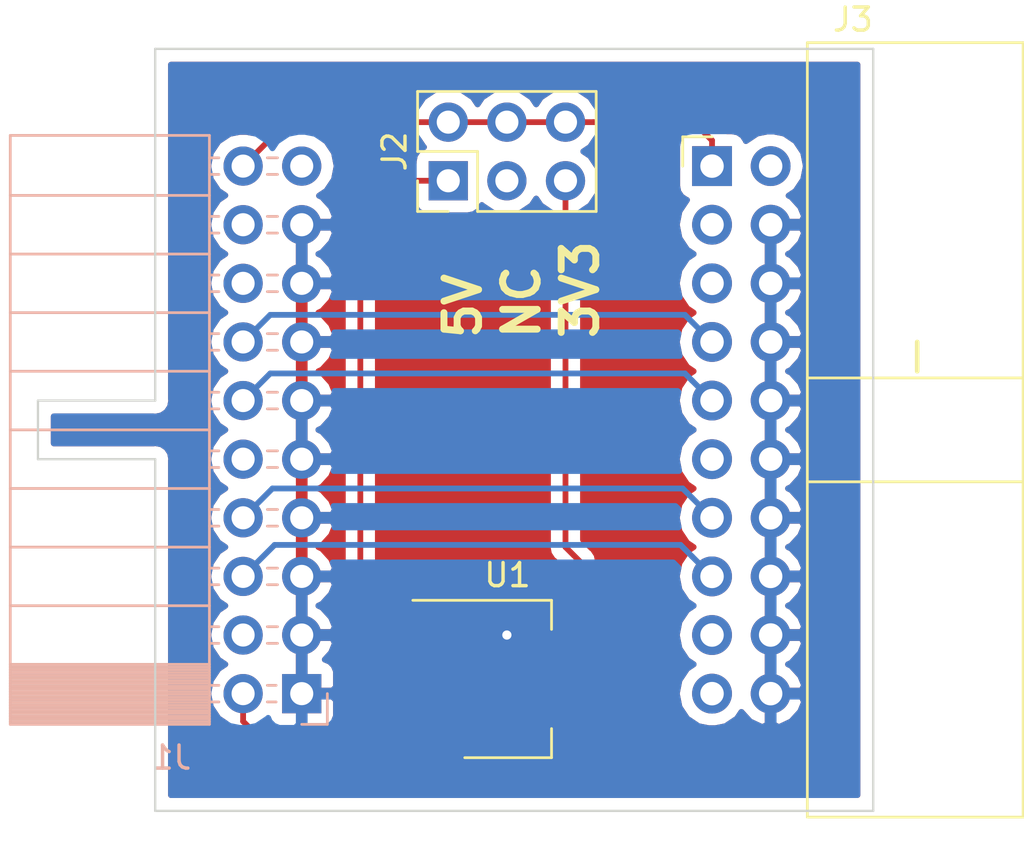
<source format=kicad_pcb>
(kicad_pcb (version 20171130) (host pcbnew "(5.0.2)-1")

  (general
    (thickness 1.6)
    (drawings 12)
    (tracks 39)
    (zones 0)
    (modules 4)
    (nets 21)
  )

  (page A4)
  (layers
    (0 F.Cu signal)
    (31 B.Cu signal)
    (32 B.Adhes user)
    (33 F.Adhes user)
    (34 B.Paste user)
    (35 F.Paste user)
    (36 B.SilkS user)
    (37 F.SilkS user)
    (38 B.Mask user)
    (39 F.Mask user)
    (40 Dwgs.User user)
    (41 Cmts.User user)
    (42 Eco1.User user)
    (43 Eco2.User user)
    (44 Edge.Cuts user)
    (45 Margin user)
    (46 B.CrtYd user)
    (47 F.CrtYd user)
    (48 B.Fab user)
    (49 F.Fab user)
  )

  (setup
    (last_trace_width 0.25)
    (trace_clearance 0.2)
    (zone_clearance 0.508)
    (zone_45_only no)
    (trace_min 0.2)
    (segment_width 0.2)
    (edge_width 0.1)
    (via_size 0.8)
    (via_drill 0.4)
    (via_min_size 0.4)
    (via_min_drill 0.3)
    (uvia_size 0.3)
    (uvia_drill 0.1)
    (uvias_allowed no)
    (uvia_min_size 0.2)
    (uvia_min_drill 0.1)
    (pcb_text_width 0.3)
    (pcb_text_size 1.5 1.5)
    (mod_edge_width 0.15)
    (mod_text_size 1 1)
    (mod_text_width 0.15)
    (pad_size 1.5 1.5)
    (pad_drill 0.6)
    (pad_to_mask_clearance 0)
    (solder_mask_min_width 0.25)
    (aux_axis_origin 0 0)
    (visible_elements 7FFFFFFF)
    (pcbplotparams
      (layerselection 0x010fc_ffffffff)
      (usegerberextensions false)
      (usegerberattributes false)
      (usegerberadvancedattributes false)
      (creategerberjobfile false)
      (excludeedgelayer true)
      (linewidth 0.100000)
      (plotframeref false)
      (viasonmask false)
      (mode 1)
      (useauxorigin false)
      (hpglpennumber 1)
      (hpglpenspeed 20)
      (hpglpendiameter 15.000000)
      (psnegative false)
      (psa4output false)
      (plotreference true)
      (plotvalue true)
      (plotinvisibletext false)
      (padsonsilk false)
      (subtractmaskfromsilk false)
      (outputformat 1)
      (mirror false)
      (drillshape 0)
      (scaleselection 1)
      (outputdirectory "gerber/"))
  )

  (net 0 "")
  (net 1 Vref)
  (net 2 GND)
  (net 3 SWDIO)
  (net 4 SWCLK)
  (net 5 SWO)
  (net 6 Reset)
  (net 7 +5V)
  (net 8 "Net-(J2-Pad3)")
  (net 9 +3V3)
  (net 10 "Net-(J3-Pad2)")
  (net 11 "Net-(J3-Pad3)")
  (net 12 "Net-(J3-Pad5)")
  (net 13 "Net-(J3-Pad11)")
  (net 14 "Net-(J3-Pad17)")
  (net 15 "Net-(J3-Pad19)")
  (net 16 "Net-(J1-Pad4)")
  (net 17 "Net-(J1-Pad10)")
  (net 18 "Net-(J1-Pad16)")
  (net 19 "Net-(J1-Pad18)")
  (net 20 "Net-(J1-Pad19)")

  (net_class Default "To jest domyślna klasa połączeń."
    (clearance 0.2)
    (trace_width 0.25)
    (via_dia 0.8)
    (via_drill 0.4)
    (uvia_dia 0.3)
    (uvia_drill 0.1)
    (add_net +3V3)
    (add_net +5V)
    (add_net GND)
    (add_net "Net-(J1-Pad10)")
    (add_net "Net-(J1-Pad16)")
    (add_net "Net-(J1-Pad18)")
    (add_net "Net-(J1-Pad19)")
    (add_net "Net-(J1-Pad4)")
    (add_net "Net-(J2-Pad3)")
    (add_net "Net-(J3-Pad11)")
    (add_net "Net-(J3-Pad17)")
    (add_net "Net-(J3-Pad19)")
    (add_net "Net-(J3-Pad2)")
    (add_net "Net-(J3-Pad3)")
    (add_net "Net-(J3-Pad5)")
    (add_net Reset)
    (add_net SWCLK)
    (add_net SWDIO)
    (add_net SWO)
    (add_net Vref)
  )

  (module Package_TO_SOT_SMD:SOT-223-3_TabPin2 (layer F.Cu) (tedit 5D76E45B) (tstamp 5D799817)
    (at 128.295 118.745)
    (descr "module CMS SOT223 4 pins")
    (tags "CMS SOT")
    (path /5D7448EE)
    (attr smd)
    (fp_text reference U1 (at 0 -4.5) (layer F.SilkS)
      (effects (font (size 1 1) (thickness 0.15)))
    )
    (fp_text value AMS1117-3.3 (at 0 4.5) (layer F.Fab)
      (effects (font (size 1 1) (thickness 0.15)))
    )
    (fp_text user %R (at 0 0 -270) (layer F.Fab)
      (effects (font (size 0.8 0.8) (thickness 0.12)))
    )
    (fp_line (start 1.91 3.41) (end 1.91 2.15) (layer F.SilkS) (width 0.12))
    (fp_line (start 1.91 -3.41) (end 1.91 -2.15) (layer F.SilkS) (width 0.12))
    (fp_line (start 4.4 -3.6) (end -4.4 -3.6) (layer F.CrtYd) (width 0.05))
    (fp_line (start 4.4 3.6) (end 4.4 -3.6) (layer F.CrtYd) (width 0.05))
    (fp_line (start -4.4 3.6) (end 4.4 3.6) (layer F.CrtYd) (width 0.05))
    (fp_line (start -4.4 -3.6) (end -4.4 3.6) (layer F.CrtYd) (width 0.05))
    (fp_line (start -1.85 -2.35) (end -0.85 -3.35) (layer F.Fab) (width 0.1))
    (fp_line (start -1.85 -2.35) (end -1.85 3.35) (layer F.Fab) (width 0.1))
    (fp_line (start -1.85 3.41) (end 1.91 3.41) (layer F.SilkS) (width 0.12))
    (fp_line (start -0.85 -3.35) (end 1.85 -3.35) (layer F.Fab) (width 0.1))
    (fp_line (start -4.1 -3.41) (end 1.91 -3.41) (layer F.SilkS) (width 0.12))
    (fp_line (start -1.85 3.35) (end 1.85 3.35) (layer F.Fab) (width 0.1))
    (fp_line (start 1.85 -3.35) (end 1.85 3.35) (layer F.Fab) (width 0.1))
    (pad 2 smd rect (at 3.15 0) (size 2 3.8) (layers F.Cu F.Paste F.Mask)
      (net 9 +3V3))
    (pad 2 smd rect (at -3.15 0) (size 2 1.5) (layers F.Cu F.Paste F.Mask)
      (net 9 +3V3))
    (pad 3 smd rect (at -3.15 2.3) (size 2 1.5) (layers F.Cu F.Paste F.Mask)
      (net 7 +5V))
    (pad 1 smd rect (at -3.15 -2.3) (size 2 1.5) (layers F.Cu F.Paste F.Mask)
      (net 2 GND))
    (model ${KISYS3DMOD}/Package_TO_SOT_SMD.3dshapes/SOT-223.wrl
      (at (xyz 0 0 0))
      (scale (xyz 1 1 1))
      (rotate (xyz 0 0 0))
    )
  )

  (module Connector_PinSocket_2.54mm:PinSocket_2x10_P2.54mm_Horizontal (layer B.Cu) (tedit 5A19A430) (tstamp 5D7970DD)
    (at 119.38 119.38)
    (descr "Through hole angled socket strip, 2x10, 2.54mm pitch, 8.51mm socket length, double cols (from Kicad 4.0.7), script generated")
    (tags "Through hole angled socket strip THT 2x10 2.54mm double row")
    (path /5D73CE2A)
    (fp_text reference J1 (at -5.65 2.77) (layer B.SilkS)
      (effects (font (size 1 1) (thickness 0.15)) (justify mirror))
    )
    (fp_text value "Jlink input" (at -5.65 -25.63) (layer B.Fab)
      (effects (font (size 1 1) (thickness 0.15)) (justify mirror))
    )
    (fp_line (start -12.57 1.27) (end -5.03 1.27) (layer B.Fab) (width 0.1))
    (fp_line (start -5.03 1.27) (end -4.06 0.3) (layer B.Fab) (width 0.1))
    (fp_line (start -4.06 0.3) (end -4.06 -24.13) (layer B.Fab) (width 0.1))
    (fp_line (start -4.06 -24.13) (end -12.57 -24.13) (layer B.Fab) (width 0.1))
    (fp_line (start -12.57 -24.13) (end -12.57 1.27) (layer B.Fab) (width 0.1))
    (fp_line (start 0 0.3) (end -4.06 0.3) (layer B.Fab) (width 0.1))
    (fp_line (start -4.06 -0.3) (end 0 -0.3) (layer B.Fab) (width 0.1))
    (fp_line (start 0 -0.3) (end 0 0.3) (layer B.Fab) (width 0.1))
    (fp_line (start 0 -2.24) (end -4.06 -2.24) (layer B.Fab) (width 0.1))
    (fp_line (start -4.06 -2.84) (end 0 -2.84) (layer B.Fab) (width 0.1))
    (fp_line (start 0 -2.84) (end 0 -2.24) (layer B.Fab) (width 0.1))
    (fp_line (start 0 -4.78) (end -4.06 -4.78) (layer B.Fab) (width 0.1))
    (fp_line (start -4.06 -5.38) (end 0 -5.38) (layer B.Fab) (width 0.1))
    (fp_line (start 0 -5.38) (end 0 -4.78) (layer B.Fab) (width 0.1))
    (fp_line (start 0 -7.32) (end -4.06 -7.32) (layer B.Fab) (width 0.1))
    (fp_line (start -4.06 -7.92) (end 0 -7.92) (layer B.Fab) (width 0.1))
    (fp_line (start 0 -7.92) (end 0 -7.32) (layer B.Fab) (width 0.1))
    (fp_line (start 0 -9.86) (end -4.06 -9.86) (layer B.Fab) (width 0.1))
    (fp_line (start -4.06 -10.46) (end 0 -10.46) (layer B.Fab) (width 0.1))
    (fp_line (start 0 -10.46) (end 0 -9.86) (layer B.Fab) (width 0.1))
    (fp_line (start 0 -12.4) (end -4.06 -12.4) (layer B.Fab) (width 0.1))
    (fp_line (start -4.06 -13) (end 0 -13) (layer B.Fab) (width 0.1))
    (fp_line (start 0 -13) (end 0 -12.4) (layer B.Fab) (width 0.1))
    (fp_line (start 0 -14.94) (end -4.06 -14.94) (layer B.Fab) (width 0.1))
    (fp_line (start -4.06 -15.54) (end 0 -15.54) (layer B.Fab) (width 0.1))
    (fp_line (start 0 -15.54) (end 0 -14.94) (layer B.Fab) (width 0.1))
    (fp_line (start 0 -17.48) (end -4.06 -17.48) (layer B.Fab) (width 0.1))
    (fp_line (start -4.06 -18.08) (end 0 -18.08) (layer B.Fab) (width 0.1))
    (fp_line (start 0 -18.08) (end 0 -17.48) (layer B.Fab) (width 0.1))
    (fp_line (start 0 -20.02) (end -4.06 -20.02) (layer B.Fab) (width 0.1))
    (fp_line (start -4.06 -20.62) (end 0 -20.62) (layer B.Fab) (width 0.1))
    (fp_line (start 0 -20.62) (end 0 -20.02) (layer B.Fab) (width 0.1))
    (fp_line (start 0 -22.56) (end -4.06 -22.56) (layer B.Fab) (width 0.1))
    (fp_line (start -4.06 -23.16) (end 0 -23.16) (layer B.Fab) (width 0.1))
    (fp_line (start 0 -23.16) (end 0 -22.56) (layer B.Fab) (width 0.1))
    (fp_line (start -12.63 1.21) (end -4 1.21) (layer B.SilkS) (width 0.12))
    (fp_line (start -12.63 1.091905) (end -4 1.091905) (layer B.SilkS) (width 0.12))
    (fp_line (start -12.63 0.97381) (end -4 0.97381) (layer B.SilkS) (width 0.12))
    (fp_line (start -12.63 0.855715) (end -4 0.855715) (layer B.SilkS) (width 0.12))
    (fp_line (start -12.63 0.73762) (end -4 0.73762) (layer B.SilkS) (width 0.12))
    (fp_line (start -12.63 0.619525) (end -4 0.619525) (layer B.SilkS) (width 0.12))
    (fp_line (start -12.63 0.50143) (end -4 0.50143) (layer B.SilkS) (width 0.12))
    (fp_line (start -12.63 0.383335) (end -4 0.383335) (layer B.SilkS) (width 0.12))
    (fp_line (start -12.63 0.26524) (end -4 0.26524) (layer B.SilkS) (width 0.12))
    (fp_line (start -12.63 0.147145) (end -4 0.147145) (layer B.SilkS) (width 0.12))
    (fp_line (start -12.63 0.02905) (end -4 0.02905) (layer B.SilkS) (width 0.12))
    (fp_line (start -12.63 -0.089045) (end -4 -0.089045) (layer B.SilkS) (width 0.12))
    (fp_line (start -12.63 -0.20714) (end -4 -0.20714) (layer B.SilkS) (width 0.12))
    (fp_line (start -12.63 -0.325235) (end -4 -0.325235) (layer B.SilkS) (width 0.12))
    (fp_line (start -12.63 -0.44333) (end -4 -0.44333) (layer B.SilkS) (width 0.12))
    (fp_line (start -12.63 -0.561425) (end -4 -0.561425) (layer B.SilkS) (width 0.12))
    (fp_line (start -12.63 -0.67952) (end -4 -0.67952) (layer B.SilkS) (width 0.12))
    (fp_line (start -12.63 -0.797615) (end -4 -0.797615) (layer B.SilkS) (width 0.12))
    (fp_line (start -12.63 -0.91571) (end -4 -0.91571) (layer B.SilkS) (width 0.12))
    (fp_line (start -12.63 -1.033805) (end -4 -1.033805) (layer B.SilkS) (width 0.12))
    (fp_line (start -12.63 -1.1519) (end -4 -1.1519) (layer B.SilkS) (width 0.12))
    (fp_line (start -4 0.36) (end -3.59 0.36) (layer B.SilkS) (width 0.12))
    (fp_line (start -1.49 0.36) (end -1.11 0.36) (layer B.SilkS) (width 0.12))
    (fp_line (start -4 -0.36) (end -3.59 -0.36) (layer B.SilkS) (width 0.12))
    (fp_line (start -1.49 -0.36) (end -1.11 -0.36) (layer B.SilkS) (width 0.12))
    (fp_line (start -4 -2.18) (end -3.59 -2.18) (layer B.SilkS) (width 0.12))
    (fp_line (start -1.49 -2.18) (end -1.05 -2.18) (layer B.SilkS) (width 0.12))
    (fp_line (start -4 -2.9) (end -3.59 -2.9) (layer B.SilkS) (width 0.12))
    (fp_line (start -1.49 -2.9) (end -1.05 -2.9) (layer B.SilkS) (width 0.12))
    (fp_line (start -4 -4.72) (end -3.59 -4.72) (layer B.SilkS) (width 0.12))
    (fp_line (start -1.49 -4.72) (end -1.05 -4.72) (layer B.SilkS) (width 0.12))
    (fp_line (start -4 -5.44) (end -3.59 -5.44) (layer B.SilkS) (width 0.12))
    (fp_line (start -1.49 -5.44) (end -1.05 -5.44) (layer B.SilkS) (width 0.12))
    (fp_line (start -4 -7.26) (end -3.59 -7.26) (layer B.SilkS) (width 0.12))
    (fp_line (start -1.49 -7.26) (end -1.05 -7.26) (layer B.SilkS) (width 0.12))
    (fp_line (start -4 -7.98) (end -3.59 -7.98) (layer B.SilkS) (width 0.12))
    (fp_line (start -1.49 -7.98) (end -1.05 -7.98) (layer B.SilkS) (width 0.12))
    (fp_line (start -4 -9.8) (end -3.59 -9.8) (layer B.SilkS) (width 0.12))
    (fp_line (start -1.49 -9.8) (end -1.05 -9.8) (layer B.SilkS) (width 0.12))
    (fp_line (start -4 -10.52) (end -3.59 -10.52) (layer B.SilkS) (width 0.12))
    (fp_line (start -1.49 -10.52) (end -1.05 -10.52) (layer B.SilkS) (width 0.12))
    (fp_line (start -4 -12.34) (end -3.59 -12.34) (layer B.SilkS) (width 0.12))
    (fp_line (start -1.49 -12.34) (end -1.05 -12.34) (layer B.SilkS) (width 0.12))
    (fp_line (start -4 -13.06) (end -3.59 -13.06) (layer B.SilkS) (width 0.12))
    (fp_line (start -1.49 -13.06) (end -1.05 -13.06) (layer B.SilkS) (width 0.12))
    (fp_line (start -4 -14.88) (end -3.59 -14.88) (layer B.SilkS) (width 0.12))
    (fp_line (start -1.49 -14.88) (end -1.05 -14.88) (layer B.SilkS) (width 0.12))
    (fp_line (start -4 -15.6) (end -3.59 -15.6) (layer B.SilkS) (width 0.12))
    (fp_line (start -1.49 -15.6) (end -1.05 -15.6) (layer B.SilkS) (width 0.12))
    (fp_line (start -4 -17.42) (end -3.59 -17.42) (layer B.SilkS) (width 0.12))
    (fp_line (start -1.49 -17.42) (end -1.05 -17.42) (layer B.SilkS) (width 0.12))
    (fp_line (start -4 -18.14) (end -3.59 -18.14) (layer B.SilkS) (width 0.12))
    (fp_line (start -1.49 -18.14) (end -1.05 -18.14) (layer B.SilkS) (width 0.12))
    (fp_line (start -4 -19.96) (end -3.59 -19.96) (layer B.SilkS) (width 0.12))
    (fp_line (start -1.49 -19.96) (end -1.05 -19.96) (layer B.SilkS) (width 0.12))
    (fp_line (start -4 -20.68) (end -3.59 -20.68) (layer B.SilkS) (width 0.12))
    (fp_line (start -1.49 -20.68) (end -1.05 -20.68) (layer B.SilkS) (width 0.12))
    (fp_line (start -4 -22.5) (end -3.59 -22.5) (layer B.SilkS) (width 0.12))
    (fp_line (start -1.49 -22.5) (end -1.05 -22.5) (layer B.SilkS) (width 0.12))
    (fp_line (start -4 -23.22) (end -3.59 -23.22) (layer B.SilkS) (width 0.12))
    (fp_line (start -1.49 -23.22) (end -1.05 -23.22) (layer B.SilkS) (width 0.12))
    (fp_line (start -12.63 -1.27) (end -4 -1.27) (layer B.SilkS) (width 0.12))
    (fp_line (start -12.63 -3.81) (end -4 -3.81) (layer B.SilkS) (width 0.12))
    (fp_line (start -12.63 -6.35) (end -4 -6.35) (layer B.SilkS) (width 0.12))
    (fp_line (start -12.63 -8.89) (end -4 -8.89) (layer B.SilkS) (width 0.12))
    (fp_line (start -12.63 -11.43) (end -4 -11.43) (layer B.SilkS) (width 0.12))
    (fp_line (start -12.63 -13.97) (end -4 -13.97) (layer B.SilkS) (width 0.12))
    (fp_line (start -12.63 -16.51) (end -4 -16.51) (layer B.SilkS) (width 0.12))
    (fp_line (start -12.63 -19.05) (end -4 -19.05) (layer B.SilkS) (width 0.12))
    (fp_line (start -12.63 -21.59) (end -4 -21.59) (layer B.SilkS) (width 0.12))
    (fp_line (start -12.63 1.33) (end -4 1.33) (layer B.SilkS) (width 0.12))
    (fp_line (start -4 1.33) (end -4 -24.19) (layer B.SilkS) (width 0.12))
    (fp_line (start -12.63 -24.19) (end -4 -24.19) (layer B.SilkS) (width 0.12))
    (fp_line (start -12.63 1.33) (end -12.63 -24.19) (layer B.SilkS) (width 0.12))
    (fp_line (start 1.11 1.33) (end 1.11 0) (layer B.SilkS) (width 0.12))
    (fp_line (start 0 1.33) (end 1.11 1.33) (layer B.SilkS) (width 0.12))
    (fp_line (start 1.8 1.75) (end -13.05 1.75) (layer B.CrtYd) (width 0.05))
    (fp_line (start -13.05 1.75) (end -13.05 -24.65) (layer B.CrtYd) (width 0.05))
    (fp_line (start -13.05 -24.65) (end 1.8 -24.65) (layer B.CrtYd) (width 0.05))
    (fp_line (start 1.8 -24.65) (end 1.8 1.75) (layer B.CrtYd) (width 0.05))
    (fp_text user %R (at -8.315 -11.43 -90) (layer B.Fab)
      (effects (font (size 1 1) (thickness 0.15)) (justify mirror))
    )
    (pad 1 thru_hole rect (at 0 0) (size 1.7 1.7) (drill 1) (layers *.Cu *.Mask)
      (net 2 GND))
    (pad 2 thru_hole oval (at -2.54 0) (size 1.7 1.7) (drill 1) (layers *.Cu *.Mask)
      (net 7 +5V))
    (pad 3 thru_hole oval (at 0 -2.54) (size 1.7 1.7) (drill 1) (layers *.Cu *.Mask)
      (net 2 GND))
    (pad 4 thru_hole oval (at -2.54 -2.54) (size 1.7 1.7) (drill 1) (layers *.Cu *.Mask)
      (net 16 "Net-(J1-Pad4)"))
    (pad 5 thru_hole oval (at 0 -5.08) (size 1.7 1.7) (drill 1) (layers *.Cu *.Mask)
      (net 2 GND))
    (pad 6 thru_hole oval (at -2.54 -5.08) (size 1.7 1.7) (drill 1) (layers *.Cu *.Mask)
      (net 6 Reset))
    (pad 7 thru_hole oval (at 0 -7.62) (size 1.7 1.7) (drill 1) (layers *.Cu *.Mask)
      (net 2 GND))
    (pad 8 thru_hole oval (at -2.54 -7.62) (size 1.7 1.7) (drill 1) (layers *.Cu *.Mask)
      (net 5 SWO))
    (pad 9 thru_hole oval (at 0 -10.16) (size 1.7 1.7) (drill 1) (layers *.Cu *.Mask)
      (net 2 GND))
    (pad 10 thru_hole oval (at -2.54 -10.16) (size 1.7 1.7) (drill 1) (layers *.Cu *.Mask)
      (net 17 "Net-(J1-Pad10)"))
    (pad 11 thru_hole oval (at 0 -12.7) (size 1.7 1.7) (drill 1) (layers *.Cu *.Mask)
      (net 2 GND))
    (pad 12 thru_hole oval (at -2.54 -12.7) (size 1.7 1.7) (drill 1) (layers *.Cu *.Mask)
      (net 4 SWCLK))
    (pad 13 thru_hole oval (at 0 -15.24) (size 1.7 1.7) (drill 1) (layers *.Cu *.Mask)
      (net 2 GND))
    (pad 14 thru_hole oval (at -2.54 -15.24) (size 1.7 1.7) (drill 1) (layers *.Cu *.Mask)
      (net 3 SWDIO))
    (pad 15 thru_hole oval (at 0 -17.78) (size 1.7 1.7) (drill 1) (layers *.Cu *.Mask)
      (net 2 GND))
    (pad 16 thru_hole oval (at -2.54 -17.78) (size 1.7 1.7) (drill 1) (layers *.Cu *.Mask)
      (net 18 "Net-(J1-Pad16)"))
    (pad 17 thru_hole oval (at 0 -20.32) (size 1.7 1.7) (drill 1) (layers *.Cu *.Mask)
      (net 2 GND))
    (pad 18 thru_hole oval (at -2.54 -20.32) (size 1.7 1.7) (drill 1) (layers *.Cu *.Mask)
      (net 19 "Net-(J1-Pad18)"))
    (pad 19 thru_hole oval (at 0 -22.86) (size 1.7 1.7) (drill 1) (layers *.Cu *.Mask)
      (net 20 "Net-(J1-Pad19)"))
    (pad 20 thru_hole oval (at -2.54 -22.86) (size 1.7 1.7) (drill 1) (layers *.Cu *.Mask)
      (net 1 Vref))
    (model ${KISYS3DMOD}/Connector_PinSocket_2.54mm.3dshapes/PinSocket_2x10_P2.54mm_Horizontal.wrl
      (at (xyz 0 0 0))
      (scale (xyz 1 1 1))
      (rotate (xyz 0 0 0))
    )
  )

  (module Connector_IDC:IDC-Header_2x10_P2.54mm_Horizontal (layer F.Cu) (tedit 59DE217B) (tstamp 5D811FB2)
    (at 137.16 96.52)
    (descr "Through hole angled IDC box header, 2x10, 2.54mm pitch, double rows")
    (tags "Through hole IDC box header THT 2x10 2.54mm double row")
    (path /5D74867C)
    (fp_text reference J3 (at 6.105 -6.35) (layer F.SilkS)
      (effects (font (size 1 1) (thickness 0.15)))
    )
    (fp_text value "Jlink output" (at 6.105 29.464) (layer F.Fab)
      (effects (font (size 1 1) (thickness 0.15)))
    )
    (fp_line (start 13.48 28.21) (end -1.12 28.21) (layer F.CrtYd) (width 0.05))
    (fp_line (start 13.48 -5.35) (end 13.48 28.21) (layer F.CrtYd) (width 0.05))
    (fp_line (start -1.12 28.21) (end -1.12 -5.35) (layer F.CrtYd) (width 0.05))
    (fp_line (start -1.12 -5.35) (end 13.48 -5.35) (layer F.CrtYd) (width 0.05))
    (fp_line (start 4.13 9.18) (end 13.48 9.18) (layer F.SilkS) (width 0.12))
    (fp_line (start 4.13 28.21) (end 4.13 -5.35) (layer F.SilkS) (width 0.12))
    (fp_line (start 4.13 28.21) (end 13.48 28.21) (layer F.SilkS) (width 0.12))
    (fp_line (start 4.13 13.68) (end 13.48 13.68) (layer F.SilkS) (width 0.12))
    (fp_line (start 4.13 -5.35) (end 13.48 -5.35) (layer F.SilkS) (width 0.12))
    (fp_line (start 13.48 -5.35) (end 13.48 28.21) (layer F.SilkS) (width 0.12))
    (fp_line (start 0 -1.27) (end -1.27 -1.27) (layer F.SilkS) (width 0.12))
    (fp_line (start -1.27 -1.27) (end -1.27 0) (layer F.SilkS) (width 0.12))
    (fp_line (start 5.38 -5.1) (end 13.23 -5.1) (layer F.Fab) (width 0.1))
    (fp_line (start 4.38 9.84) (end -0.32 9.84) (layer F.Fab) (width 0.1))
    (fp_line (start 4.38 9.18) (end 13.23 9.18) (layer F.Fab) (width 0.1))
    (fp_line (start 4.38 7.3) (end -0.32 7.3) (layer F.Fab) (width 0.1))
    (fp_line (start 4.38 4.76) (end -0.32 4.76) (layer F.Fab) (width 0.1))
    (fp_line (start 4.38 27.96) (end 4.38 -4.1) (layer F.Fab) (width 0.1))
    (fp_line (start 4.38 27.96) (end 13.23 27.96) (layer F.Fab) (width 0.1))
    (fp_line (start 4.38 22.54) (end -0.32 22.54) (layer F.Fab) (width 0.1))
    (fp_line (start 4.38 20) (end -0.32 20) (layer F.Fab) (width 0.1))
    (fp_line (start 4.38 2.22) (end -0.32 2.22) (layer F.Fab) (width 0.1))
    (fp_line (start 4.38 17.46) (end -0.32 17.46) (layer F.Fab) (width 0.1))
    (fp_line (start 4.38 14.92) (end -0.32 14.92) (layer F.Fab) (width 0.1))
    (fp_line (start 4.38 13.68) (end 13.23 13.68) (layer F.Fab) (width 0.1))
    (fp_line (start 4.38 12.38) (end -0.32 12.38) (layer F.Fab) (width 0.1))
    (fp_line (start 4.38 -4.1) (end 5.38 -5.1) (layer F.Fab) (width 0.1))
    (fp_line (start 4.38 -0.32) (end -0.32 -0.32) (layer F.Fab) (width 0.1))
    (fp_line (start 13.23 27.96) (end 13.23 -5.1) (layer F.Fab) (width 0.1))
    (fp_line (start -0.32 9.84) (end -0.32 10.48) (layer F.Fab) (width 0.1))
    (fp_line (start -0.32 7.94) (end 4.38 7.94) (layer F.Fab) (width 0.1))
    (fp_line (start -0.32 7.3) (end -0.32 7.94) (layer F.Fab) (width 0.1))
    (fp_line (start -0.32 5.4) (end 4.38 5.4) (layer F.Fab) (width 0.1))
    (fp_line (start -0.32 4.76) (end -0.32 5.4) (layer F.Fab) (width 0.1))
    (fp_line (start -0.32 23.18) (end 4.38 23.18) (layer F.Fab) (width 0.1))
    (fp_line (start -0.32 22.54) (end -0.32 23.18) (layer F.Fab) (width 0.1))
    (fp_line (start -0.32 20.64) (end 4.38 20.64) (layer F.Fab) (width 0.1))
    (fp_line (start -0.32 20) (end -0.32 20.64) (layer F.Fab) (width 0.1))
    (fp_line (start -0.32 2.86) (end 4.38 2.86) (layer F.Fab) (width 0.1))
    (fp_line (start -0.32 2.22) (end -0.32 2.86) (layer F.Fab) (width 0.1))
    (fp_line (start -0.32 18.1) (end 4.38 18.1) (layer F.Fab) (width 0.1))
    (fp_line (start -0.32 17.46) (end -0.32 18.1) (layer F.Fab) (width 0.1))
    (fp_line (start -0.32 15.56) (end 4.38 15.56) (layer F.Fab) (width 0.1))
    (fp_line (start -0.32 14.92) (end -0.32 15.56) (layer F.Fab) (width 0.1))
    (fp_line (start -0.32 13.02) (end 4.38 13.02) (layer F.Fab) (width 0.1))
    (fp_line (start -0.32 12.38) (end -0.32 13.02) (layer F.Fab) (width 0.1))
    (fp_line (start -0.32 10.48) (end 4.38 10.48) (layer F.Fab) (width 0.1))
    (fp_line (start -0.32 0.32) (end 4.38 0.32) (layer F.Fab) (width 0.1))
    (fp_line (start -0.32 -0.32) (end -0.32 0.32) (layer F.Fab) (width 0.1))
    (fp_text user %R (at 8.805 11.43 90) (layer F.Fab)
      (effects (font (size 1 1) (thickness 0.15)))
    )
    (pad 20 thru_hole oval (at 2.54 22.86) (size 1.7272 1.7272) (drill 1.016) (layers *.Cu *.Mask)
      (net 2 GND))
    (pad 19 thru_hole oval (at 0 22.86) (size 1.7272 1.7272) (drill 1.016) (layers *.Cu *.Mask)
      (net 15 "Net-(J3-Pad19)"))
    (pad 18 thru_hole oval (at 2.54 20.32) (size 1.7272 1.7272) (drill 1.016) (layers *.Cu *.Mask)
      (net 2 GND))
    (pad 17 thru_hole oval (at 0 20.32) (size 1.7272 1.7272) (drill 1.016) (layers *.Cu *.Mask)
      (net 14 "Net-(J3-Pad17)"))
    (pad 16 thru_hole oval (at 2.54 17.78) (size 1.7272 1.7272) (drill 1.016) (layers *.Cu *.Mask)
      (net 2 GND))
    (pad 15 thru_hole oval (at 0 17.78) (size 1.7272 1.7272) (drill 1.016) (layers *.Cu *.Mask)
      (net 6 Reset))
    (pad 14 thru_hole oval (at 2.54 15.24) (size 1.7272 1.7272) (drill 1.016) (layers *.Cu *.Mask)
      (net 2 GND))
    (pad 13 thru_hole oval (at 0 15.24) (size 1.7272 1.7272) (drill 1.016) (layers *.Cu *.Mask)
      (net 5 SWO))
    (pad 12 thru_hole oval (at 2.54 12.7) (size 1.7272 1.7272) (drill 1.016) (layers *.Cu *.Mask)
      (net 2 GND))
    (pad 11 thru_hole oval (at 0 12.7) (size 1.7272 1.7272) (drill 1.016) (layers *.Cu *.Mask)
      (net 13 "Net-(J3-Pad11)"))
    (pad 10 thru_hole oval (at 2.54 10.16) (size 1.7272 1.7272) (drill 1.016) (layers *.Cu *.Mask)
      (net 2 GND))
    (pad 9 thru_hole oval (at 0 10.16) (size 1.7272 1.7272) (drill 1.016) (layers *.Cu *.Mask)
      (net 4 SWCLK))
    (pad 8 thru_hole oval (at 2.54 7.62) (size 1.7272 1.7272) (drill 1.016) (layers *.Cu *.Mask)
      (net 2 GND))
    (pad 7 thru_hole oval (at 0 7.62) (size 1.7272 1.7272) (drill 1.016) (layers *.Cu *.Mask)
      (net 3 SWDIO))
    (pad 6 thru_hole oval (at 2.54 5.08) (size 1.7272 1.7272) (drill 1.016) (layers *.Cu *.Mask)
      (net 2 GND))
    (pad 5 thru_hole oval (at 0 5.08) (size 1.7272 1.7272) (drill 1.016) (layers *.Cu *.Mask)
      (net 12 "Net-(J3-Pad5)"))
    (pad 4 thru_hole oval (at 2.54 2.54) (size 1.7272 1.7272) (drill 1.016) (layers *.Cu *.Mask)
      (net 2 GND))
    (pad 3 thru_hole oval (at 0 2.54) (size 1.7272 1.7272) (drill 1.016) (layers *.Cu *.Mask)
      (net 11 "Net-(J3-Pad3)"))
    (pad 2 thru_hole oval (at 2.54 0) (size 1.7272 1.7272) (drill 1.016) (layers *.Cu *.Mask)
      (net 10 "Net-(J3-Pad2)"))
    (pad 1 thru_hole rect (at 0 0) (size 1.7272 1.7272) (drill 1.016) (layers *.Cu *.Mask)
      (net 1 Vref))
    (model ${KISYS3DMOD}/Connector_IDC.3dshapes/IDC-Header_2x10_P2.54mm_Horizontal.wrl
      (at (xyz 0 0 0))
      (scale (xyz 1 1 1))
      (rotate (xyz 0 0 0))
    )
  )

  (module Connector_PinHeader_2.54mm:PinHeader_2x03_P2.54mm_Vertical (layer F.Cu) (tedit 59FED5CC) (tstamp 5D848C06)
    (at 125.73 97.155 90)
    (descr "Through hole straight pin header, 2x03, 2.54mm pitch, double rows")
    (tags "Through hole pin header THT 2x03 2.54mm double row")
    (path /5D782B7F)
    (fp_text reference J2 (at 1.27 -2.33 90) (layer F.SilkS)
      (effects (font (size 1 1) (thickness 0.15)))
    )
    (fp_text value "Supply select" (at 1.27 7.41 90) (layer F.Fab)
      (effects (font (size 1 1) (thickness 0.15)))
    )
    (fp_line (start 0 -1.27) (end 3.81 -1.27) (layer F.Fab) (width 0.1))
    (fp_line (start 3.81 -1.27) (end 3.81 6.35) (layer F.Fab) (width 0.1))
    (fp_line (start 3.81 6.35) (end -1.27 6.35) (layer F.Fab) (width 0.1))
    (fp_line (start -1.27 6.35) (end -1.27 0) (layer F.Fab) (width 0.1))
    (fp_line (start -1.27 0) (end 0 -1.27) (layer F.Fab) (width 0.1))
    (fp_line (start -1.33 6.41) (end 3.87 6.41) (layer F.SilkS) (width 0.12))
    (fp_line (start -1.33 1.27) (end -1.33 6.41) (layer F.SilkS) (width 0.12))
    (fp_line (start 3.87 -1.33) (end 3.87 6.41) (layer F.SilkS) (width 0.12))
    (fp_line (start -1.33 1.27) (end 1.27 1.27) (layer F.SilkS) (width 0.12))
    (fp_line (start 1.27 1.27) (end 1.27 -1.33) (layer F.SilkS) (width 0.12))
    (fp_line (start 1.27 -1.33) (end 3.87 -1.33) (layer F.SilkS) (width 0.12))
    (fp_line (start -1.33 0) (end -1.33 -1.33) (layer F.SilkS) (width 0.12))
    (fp_line (start -1.33 -1.33) (end 0 -1.33) (layer F.SilkS) (width 0.12))
    (fp_line (start -1.8 -1.8) (end -1.8 6.85) (layer F.CrtYd) (width 0.05))
    (fp_line (start -1.8 6.85) (end 4.35 6.85) (layer F.CrtYd) (width 0.05))
    (fp_line (start 4.35 6.85) (end 4.35 -1.8) (layer F.CrtYd) (width 0.05))
    (fp_line (start 4.35 -1.8) (end -1.8 -1.8) (layer F.CrtYd) (width 0.05))
    (fp_text user %R (at 1.27 2.54 180) (layer F.Fab)
      (effects (font (size 1 1) (thickness 0.15)))
    )
    (pad 1 thru_hole rect (at 0 0 90) (size 1.7 1.7) (drill 1) (layers *.Cu *.Mask)
      (net 7 +5V))
    (pad 2 thru_hole oval (at 2.54 0 90) (size 1.7 1.7) (drill 1) (layers *.Cu *.Mask)
      (net 1 Vref))
    (pad 3 thru_hole oval (at 0 2.54 90) (size 1.7 1.7) (drill 1) (layers *.Cu *.Mask)
      (net 8 "Net-(J2-Pad3)"))
    (pad 4 thru_hole oval (at 2.54 2.54 90) (size 1.7 1.7) (drill 1) (layers *.Cu *.Mask)
      (net 1 Vref))
    (pad 5 thru_hole oval (at 0 5.08 90) (size 1.7 1.7) (drill 1) (layers *.Cu *.Mask)
      (net 9 +3V3))
    (pad 6 thru_hole oval (at 2.54 5.08 90) (size 1.7 1.7) (drill 1) (layers *.Cu *.Mask)
      (net 1 Vref))
    (model ${KISYS3DMOD}/Connector_PinHeader_2.54mm.3dshapes/PinHeader_2x03_P2.54mm_Vertical.wrl
      (at (xyz 0 0 0))
      (scale (xyz 1 1 1))
      (rotate (xyz 0 0 0))
    )
  )

  (gr_text NC (at 128.905 104.14 90) (layer F.SilkS)
    (effects (font (size 1.5 1.5) (thickness 0.3)) (justify left))
  )
  (gr_text 5V (at 126.365 104.14 90) (layer F.SilkS)
    (effects (font (size 1.5 1.5) (thickness 0.3)) (justify left))
  )
  (gr_line (start 113.03 91.44) (end 144.145 91.44) (layer Edge.Cuts) (width 0.1))
  (gr_line (start 113.03 106.68) (end 113.03 91.44) (layer Edge.Cuts) (width 0.1))
  (gr_line (start 107.95 106.68) (end 113.03 106.68) (layer Edge.Cuts) (width 0.1))
  (gr_line (start 107.95 109.22) (end 107.95 106.68) (layer Edge.Cuts) (width 0.1))
  (gr_line (start 113.03 109.22) (end 107.95 109.22) (layer Edge.Cuts) (width 0.1))
  (gr_line (start 113.03 124.46) (end 113.03 109.22) (layer Edge.Cuts) (width 0.1))
  (gr_line (start 144.145 124.46) (end 113.03 124.46) (layer Edge.Cuts) (width 0.1))
  (gr_line (start 144.145 91.44) (end 144.145 124.46) (layer Edge.Cuts) (width 0.1))
  (gr_line (start 146.05 104.14) (end 146.05 105.41) (layer F.SilkS) (width 0.2))
  (gr_text 3V3 (at 131.445 104.14 90) (layer F.SilkS)
    (effects (font (size 1.5 1.5) (thickness 0.3)) (justify left))
  )

  (segment (start 118.745 94.615) (end 125.73 94.615) (width 0.25) (layer F.Cu) (net 1))
  (segment (start 116.84 96.52) (end 118.745 94.615) (width 0.25) (layer F.Cu) (net 1))
  (segment (start 125.73 94.615) (end 128.27 94.615) (width 0.25) (layer F.Cu) (net 1))
  (segment (start 128.27 94.615) (end 130.81 94.615) (width 0.25) (layer F.Cu) (net 1))
  (segment (start 132.012081 94.615) (end 130.81 94.615) (width 0.25) (layer F.Cu) (net 1))
  (segment (start 136.3686 94.615) (end 132.012081 94.615) (width 0.25) (layer F.Cu) (net 1))
  (segment (start 137.16 95.4064) (end 136.3686 94.615) (width 0.25) (layer F.Cu) (net 1))
  (segment (start 137.16 96.52) (end 137.16 95.4064) (width 0.25) (layer F.Cu) (net 1))
  (via (at 128.27 116.84) (size 0.8) (drill 0.4) (layers F.Cu B.Cu) (net 2))
  (segment (start 136.296401 103.276401) (end 137.16 104.14) (width 0.25) (layer B.Cu) (net 3))
  (segment (start 135.984999 102.964999) (end 136.296401 103.276401) (width 0.25) (layer B.Cu) (net 3))
  (segment (start 118.015001 102.964999) (end 135.984999 102.964999) (width 0.25) (layer B.Cu) (net 3))
  (segment (start 116.84 104.14) (end 118.015001 102.964999) (width 0.25) (layer B.Cu) (net 3))
  (segment (start 136.296401 105.816401) (end 137.16 106.68) (width 0.25) (layer B.Cu) (net 4))
  (segment (start 135.984999 105.504999) (end 136.296401 105.816401) (width 0.25) (layer B.Cu) (net 4))
  (segment (start 118.015001 105.504999) (end 135.984999 105.504999) (width 0.25) (layer B.Cu) (net 4))
  (segment (start 116.84 106.68) (end 118.015001 105.504999) (width 0.25) (layer B.Cu) (net 4))
  (segment (start 136.296401 110.896401) (end 137.16 111.76) (width 0.25) (layer B.Cu) (net 5))
  (segment (start 135.89 110.49) (end 136.296401 110.896401) (width 0.25) (layer B.Cu) (net 5))
  (segment (start 118.11 110.49) (end 135.89 110.49) (width 0.25) (layer B.Cu) (net 5))
  (segment (start 116.84 111.76) (end 118.11 110.49) (width 0.25) (layer B.Cu) (net 5))
  (segment (start 136.296401 113.436401) (end 137.16 114.3) (width 0.25) (layer B.Cu) (net 6))
  (segment (start 135.795001 112.935001) (end 136.296401 113.436401) (width 0.25) (layer B.Cu) (net 6))
  (segment (start 118.204999 112.935001) (end 135.795001 112.935001) (width 0.25) (layer B.Cu) (net 6))
  (segment (start 116.84 114.3) (end 118.204999 112.935001) (width 0.25) (layer B.Cu) (net 6))
  (segment (start 123.19 97.155) (end 125.73 97.155) (width 0.25) (layer F.Cu) (net 7))
  (segment (start 116.84 120.582081) (end 117.542919 121.285) (width 0.25) (layer F.Cu) (net 7))
  (segment (start 116.84 119.38) (end 116.84 120.582081) (width 0.25) (layer F.Cu) (net 7))
  (segment (start 117.542919 121.285) (end 121.285 121.285) (width 0.25) (layer F.Cu) (net 7))
  (segment (start 121.285 121.285) (end 121.92 120.65) (width 0.25) (layer F.Cu) (net 7))
  (segment (start 121.92 120.65) (end 121.92 98.425) (width 0.25) (layer F.Cu) (net 7))
  (segment (start 121.92 98.425) (end 123.19 97.155) (width 0.25) (layer F.Cu) (net 7))
  (segment (start 123.5 120.65) (end 121.92 120.65) (width 0.25) (layer F.Cu) (net 7))
  (segment (start 123.895 121.045) (end 123.5 120.65) (width 0.25) (layer F.Cu) (net 7))
  (segment (start 125.145 121.045) (end 123.895 121.045) (width 0.25) (layer F.Cu) (net 7))
  (segment (start 125.145 118.745) (end 131.445 118.745) (width 0.25) (layer F.Cu) (net 9))
  (segment (start 130.81 113.03) (end 130.81 97.155) (width 0.25) (layer F.Cu) (net 9))
  (segment (start 131.445 118.745) (end 131.445 113.665) (width 0.25) (layer F.Cu) (net 9))
  (segment (start 131.445 113.665) (end 130.81 113.03) (width 0.25) (layer F.Cu) (net 9))

  (zone (net 2) (net_name GND) (layer F.Cu) (tstamp 0) (hatch edge 0.508)
    (connect_pads (clearance 0.508))
    (min_thickness 0.254)
    (fill yes (arc_segments 16) (thermal_gap 0.508) (thermal_bridge_width 0.508))
    (polygon
      (pts
        (xy 113.03 91.44) (xy 144.145 91.44) (xy 144.145 124.46) (xy 113.03 124.46) (xy 113.03 109.22)
        (xy 107.95 109.22) (xy 107.95 106.68) (xy 113.03 106.68)
      )
    )
    (filled_polygon
      (pts
        (xy 143.460001 123.775) (xy 113.715 123.775) (xy 113.715 109.287461) (xy 113.728419 109.22) (xy 113.675255 108.952727)
        (xy 113.523857 108.726143) (xy 113.297273 108.574745) (xy 113.097462 108.535) (xy 113.03 108.521581) (xy 112.962539 108.535)
        (xy 108.635 108.535) (xy 108.635 107.365) (xy 112.962538 107.365) (xy 113.03 107.378419) (xy 113.097461 107.365)
        (xy 113.097462 107.365) (xy 113.297273 107.325255) (xy 113.523857 107.173857) (xy 113.675255 106.947273) (xy 113.728419 106.68)
        (xy 113.715 106.612538) (xy 113.715 96.52) (xy 115.325908 96.52) (xy 115.441161 97.099418) (xy 115.769375 97.590625)
        (xy 116.067761 97.79) (xy 115.769375 97.989375) (xy 115.441161 98.480582) (xy 115.325908 99.06) (xy 115.441161 99.639418)
        (xy 115.769375 100.130625) (xy 116.067761 100.33) (xy 115.769375 100.529375) (xy 115.441161 101.020582) (xy 115.325908 101.6)
        (xy 115.441161 102.179418) (xy 115.769375 102.670625) (xy 116.067761 102.87) (xy 115.769375 103.069375) (xy 115.441161 103.560582)
        (xy 115.325908 104.14) (xy 115.441161 104.719418) (xy 115.769375 105.210625) (xy 116.067761 105.41) (xy 115.769375 105.609375)
        (xy 115.441161 106.100582) (xy 115.325908 106.68) (xy 115.441161 107.259418) (xy 115.769375 107.750625) (xy 116.067761 107.95)
        (xy 115.769375 108.149375) (xy 115.441161 108.640582) (xy 115.325908 109.22) (xy 115.441161 109.799418) (xy 115.769375 110.290625)
        (xy 116.067761 110.49) (xy 115.769375 110.689375) (xy 115.441161 111.180582) (xy 115.325908 111.76) (xy 115.441161 112.339418)
        (xy 115.769375 112.830625) (xy 116.067761 113.03) (xy 115.769375 113.229375) (xy 115.441161 113.720582) (xy 115.325908 114.3)
        (xy 115.441161 114.879418) (xy 115.769375 115.370625) (xy 116.067761 115.57) (xy 115.769375 115.769375) (xy 115.441161 116.260582)
        (xy 115.325908 116.84) (xy 115.441161 117.419418) (xy 115.769375 117.910625) (xy 116.067761 118.11) (xy 115.769375 118.309375)
        (xy 115.441161 118.800582) (xy 115.325908 119.38) (xy 115.441161 119.959418) (xy 115.769375 120.450625) (xy 116.080287 120.65837)
        (xy 116.124097 120.878618) (xy 116.292072 121.13001) (xy 116.355528 121.17241) (xy 116.95259 121.769473) (xy 116.99499 121.832929)
        (xy 117.246382 122.000904) (xy 117.468067 122.045) (xy 117.468071 122.045) (xy 117.542919 122.059888) (xy 117.617767 122.045)
        (xy 121.210153 122.045) (xy 121.285 122.059888) (xy 121.359847 122.045) (xy 121.359852 122.045) (xy 121.581537 122.000904)
        (xy 121.832929 121.832929) (xy 121.875331 121.76947) (xy 122.234802 121.41) (xy 123.185198 121.41) (xy 123.304671 121.529472)
        (xy 123.347071 121.592929) (xy 123.49756 121.693483) (xy 123.49756 121.795) (xy 123.546843 122.042765) (xy 123.687191 122.252809)
        (xy 123.897235 122.393157) (xy 124.145 122.44244) (xy 126.145 122.44244) (xy 126.392765 122.393157) (xy 126.602809 122.252809)
        (xy 126.743157 122.042765) (xy 126.79244 121.795) (xy 126.79244 120.295) (xy 126.743157 120.047235) (xy 126.641436 119.895)
        (xy 126.743157 119.742765) (xy 126.790451 119.505) (xy 129.79756 119.505) (xy 129.79756 120.645) (xy 129.846843 120.892765)
        (xy 129.987191 121.102809) (xy 130.197235 121.243157) (xy 130.445 121.29244) (xy 132.445 121.29244) (xy 132.692765 121.243157)
        (xy 132.902809 121.102809) (xy 133.043157 120.892765) (xy 133.09244 120.645) (xy 133.09244 116.845) (xy 133.043157 116.597235)
        (xy 132.902809 116.387191) (xy 132.692765 116.246843) (xy 132.445 116.19756) (xy 132.205 116.19756) (xy 132.205 113.739848)
        (xy 132.219888 113.665) (xy 132.205 113.590152) (xy 132.205 113.590148) (xy 132.160904 113.368463) (xy 131.992929 113.117071)
        (xy 131.929473 113.074671) (xy 131.57 112.715199) (xy 131.57 98.433178) (xy 131.880625 98.225625) (xy 132.208839 97.734418)
        (xy 132.324092 97.155) (xy 132.208839 96.575582) (xy 131.880625 96.084375) (xy 131.582239 95.885) (xy 131.880625 95.685625)
        (xy 132.088178 95.375) (xy 135.720717 95.375) (xy 135.698243 95.408635) (xy 135.64896 95.6564) (xy 135.64896 97.3836)
        (xy 135.698243 97.631365) (xy 135.838591 97.841409) (xy 136.048635 97.981757) (xy 136.074651 97.986932) (xy 135.74835 98.475275)
        (xy 135.632041 99.06) (xy 135.74835 99.644725) (xy 136.07957 100.14043) (xy 136.363281 100.33) (xy 136.07957 100.51957)
        (xy 135.74835 101.015275) (xy 135.632041 101.6) (xy 135.74835 102.184725) (xy 136.07957 102.68043) (xy 136.363281 102.87)
        (xy 136.07957 103.05957) (xy 135.74835 103.555275) (xy 135.632041 104.14) (xy 135.74835 104.724725) (xy 136.07957 105.22043)
        (xy 136.363281 105.41) (xy 136.07957 105.59957) (xy 135.74835 106.095275) (xy 135.632041 106.68) (xy 135.74835 107.264725)
        (xy 136.07957 107.76043) (xy 136.363281 107.95) (xy 136.07957 108.13957) (xy 135.74835 108.635275) (xy 135.632041 109.22)
        (xy 135.74835 109.804725) (xy 136.07957 110.30043) (xy 136.363281 110.49) (xy 136.07957 110.67957) (xy 135.74835 111.175275)
        (xy 135.632041 111.76) (xy 135.74835 112.344725) (xy 136.07957 112.84043) (xy 136.363281 113.03) (xy 136.07957 113.21957)
        (xy 135.74835 113.715275) (xy 135.632041 114.3) (xy 135.74835 114.884725) (xy 136.07957 115.38043) (xy 136.363281 115.57)
        (xy 136.07957 115.75957) (xy 135.74835 116.255275) (xy 135.632041 116.84) (xy 135.74835 117.424725) (xy 136.07957 117.92043)
        (xy 136.363281 118.11) (xy 136.07957 118.29957) (xy 135.74835 118.795275) (xy 135.632041 119.38) (xy 135.74835 119.964725)
        (xy 136.07957 120.46043) (xy 136.575275 120.79165) (xy 137.012402 120.8786) (xy 137.307598 120.8786) (xy 137.744725 120.79165)
        (xy 138.24043 120.46043) (xy 138.433037 120.172174) (xy 138.81151 120.586821) (xy 139.340973 120.834968) (xy 139.573 120.714469)
        (xy 139.573 119.507) (xy 139.827 119.507) (xy 139.827 120.714469) (xy 140.059027 120.834968) (xy 140.58849 120.586821)
        (xy 140.982688 120.154947) (xy 141.154958 119.739026) (xy 141.033817 119.507) (xy 139.827 119.507) (xy 139.573 119.507)
        (xy 139.553 119.507) (xy 139.553 119.253) (xy 139.573 119.253) (xy 139.573 116.967) (xy 139.827 116.967)
        (xy 139.827 119.253) (xy 141.033817 119.253) (xy 141.154958 119.020974) (xy 140.982688 118.605053) (xy 140.58849 118.173179)
        (xy 140.453687 118.11) (xy 140.58849 118.046821) (xy 140.982688 117.614947) (xy 141.154958 117.199026) (xy 141.033817 116.967)
        (xy 139.827 116.967) (xy 139.573 116.967) (xy 139.553 116.967) (xy 139.553 116.713) (xy 139.573 116.713)
        (xy 139.573 114.427) (xy 139.827 114.427) (xy 139.827 116.713) (xy 141.033817 116.713) (xy 141.154958 116.480974)
        (xy 140.982688 116.065053) (xy 140.58849 115.633179) (xy 140.453687 115.57) (xy 140.58849 115.506821) (xy 140.982688 115.074947)
        (xy 141.154958 114.659026) (xy 141.033817 114.427) (xy 139.827 114.427) (xy 139.573 114.427) (xy 139.553 114.427)
        (xy 139.553 114.173) (xy 139.573 114.173) (xy 139.573 111.887) (xy 139.827 111.887) (xy 139.827 114.173)
        (xy 141.033817 114.173) (xy 141.154958 113.940974) (xy 140.982688 113.525053) (xy 140.58849 113.093179) (xy 140.453687 113.03)
        (xy 140.58849 112.966821) (xy 140.982688 112.534947) (xy 141.154958 112.119026) (xy 141.033817 111.887) (xy 139.827 111.887)
        (xy 139.573 111.887) (xy 139.553 111.887) (xy 139.553 111.633) (xy 139.573 111.633) (xy 139.573 109.347)
        (xy 139.827 109.347) (xy 139.827 111.633) (xy 141.033817 111.633) (xy 141.154958 111.400974) (xy 140.982688 110.985053)
        (xy 140.58849 110.553179) (xy 140.453687 110.49) (xy 140.58849 110.426821) (xy 140.982688 109.994947) (xy 141.154958 109.579026)
        (xy 141.033817 109.347) (xy 139.827 109.347) (xy 139.573 109.347) (xy 139.553 109.347) (xy 139.553 109.093)
        (xy 139.573 109.093) (xy 139.573 106.807) (xy 139.827 106.807) (xy 139.827 109.093) (xy 141.033817 109.093)
        (xy 141.154958 108.860974) (xy 140.982688 108.445053) (xy 140.58849 108.013179) (xy 140.453687 107.95) (xy 140.58849 107.886821)
        (xy 140.982688 107.454947) (xy 141.154958 107.039026) (xy 141.033817 106.807) (xy 139.827 106.807) (xy 139.573 106.807)
        (xy 139.553 106.807) (xy 139.553 106.553) (xy 139.573 106.553) (xy 139.573 104.267) (xy 139.827 104.267)
        (xy 139.827 106.553) (xy 141.033817 106.553) (xy 141.154958 106.320974) (xy 140.982688 105.905053) (xy 140.58849 105.473179)
        (xy 140.453687 105.41) (xy 140.58849 105.346821) (xy 140.982688 104.914947) (xy 141.154958 104.499026) (xy 141.033817 104.267)
        (xy 139.827 104.267) (xy 139.573 104.267) (xy 139.553 104.267) (xy 139.553 104.013) (xy 139.573 104.013)
        (xy 139.573 101.727) (xy 139.827 101.727) (xy 139.827 104.013) (xy 141.033817 104.013) (xy 141.154958 103.780974)
        (xy 140.982688 103.365053) (xy 140.58849 102.933179) (xy 140.453687 102.87) (xy 140.58849 102.806821) (xy 140.982688 102.374947)
        (xy 141.154958 101.959026) (xy 141.033817 101.727) (xy 139.827 101.727) (xy 139.573 101.727) (xy 139.553 101.727)
        (xy 139.553 101.473) (xy 139.573 101.473) (xy 139.573 99.187) (xy 139.827 99.187) (xy 139.827 101.473)
        (xy 141.033817 101.473) (xy 141.154958 101.240974) (xy 140.982688 100.825053) (xy 140.58849 100.393179) (xy 140.453687 100.33)
        (xy 140.58849 100.266821) (xy 140.982688 99.834947) (xy 141.154958 99.419026) (xy 141.033817 99.187) (xy 139.827 99.187)
        (xy 139.573 99.187) (xy 139.553 99.187) (xy 139.553 98.933) (xy 139.573 98.933) (xy 139.573 98.913)
        (xy 139.827 98.913) (xy 139.827 98.933) (xy 141.033817 98.933) (xy 141.154958 98.700974) (xy 140.982688 98.285053)
        (xy 140.58849 97.853179) (xy 140.478979 97.801854) (xy 140.78043 97.60043) (xy 141.11165 97.104725) (xy 141.227959 96.52)
        (xy 141.11165 95.935275) (xy 140.78043 95.43957) (xy 140.284725 95.10835) (xy 139.847598 95.0214) (xy 139.552402 95.0214)
        (xy 139.115275 95.10835) (xy 138.626932 95.434651) (xy 138.621757 95.408635) (xy 138.481409 95.198591) (xy 138.271365 95.058243)
        (xy 138.0236 95.00896) (xy 137.808483 95.00896) (xy 137.707929 94.858471) (xy 137.644473 94.816071) (xy 136.958931 94.13053)
        (xy 136.916529 94.067071) (xy 136.665137 93.899096) (xy 136.443452 93.855) (xy 136.443447 93.855) (xy 136.3686 93.840112)
        (xy 136.293753 93.855) (xy 132.088178 93.855) (xy 131.880625 93.544375) (xy 131.389418 93.216161) (xy 130.956256 93.13)
        (xy 130.663744 93.13) (xy 130.230582 93.216161) (xy 129.739375 93.544375) (xy 129.54 93.842761) (xy 129.340625 93.544375)
        (xy 128.849418 93.216161) (xy 128.416256 93.13) (xy 128.123744 93.13) (xy 127.690582 93.216161) (xy 127.199375 93.544375)
        (xy 127 93.842761) (xy 126.800625 93.544375) (xy 126.309418 93.216161) (xy 125.876256 93.13) (xy 125.583744 93.13)
        (xy 125.150582 93.216161) (xy 124.659375 93.544375) (xy 124.451822 93.855) (xy 118.819848 93.855) (xy 118.745 93.840112)
        (xy 118.670152 93.855) (xy 118.670148 93.855) (xy 118.496605 93.88952) (xy 118.448462 93.899096) (xy 118.261418 94.024076)
        (xy 118.197071 94.067071) (xy 118.154671 94.130527) (xy 117.206408 95.078791) (xy 116.986256 95.035) (xy 116.693744 95.035)
        (xy 116.260582 95.121161) (xy 115.769375 95.449375) (xy 115.441161 95.940582) (xy 115.325908 96.52) (xy 113.715 96.52)
        (xy 113.715 92.125) (xy 143.46 92.125)
      )
    )
    (filled_polygon
      (pts
        (xy 124.659375 95.685625) (xy 124.677619 95.697816) (xy 124.632235 95.706843) (xy 124.422191 95.847191) (xy 124.281843 96.057235)
        (xy 124.23256 96.305) (xy 124.23256 96.395) (xy 123.264846 96.395) (xy 123.189999 96.380112) (xy 123.115152 96.395)
        (xy 123.115148 96.395) (xy 122.893463 96.439096) (xy 122.642071 96.607071) (xy 122.599671 96.670527) (xy 121.435528 97.834671)
        (xy 121.372072 97.877071) (xy 121.329672 97.940527) (xy 121.329671 97.940528) (xy 121.204097 98.128463) (xy 121.145112 98.425)
        (xy 121.160001 98.499852) (xy 121.16 120.335198) (xy 120.970199 120.525) (xy 120.795126 120.525) (xy 120.865 120.35631)
        (xy 120.865 119.66575) (xy 120.70625 119.507) (xy 119.507 119.507) (xy 119.507 119.527) (xy 119.253 119.527)
        (xy 119.253 119.507) (xy 119.233 119.507) (xy 119.233 119.253) (xy 119.253 119.253) (xy 119.253 116.967)
        (xy 119.507 116.967) (xy 119.507 119.253) (xy 120.70625 119.253) (xy 120.865 119.09425) (xy 120.865 118.40369)
        (xy 120.768327 118.170301) (xy 120.589698 117.991673) (xy 120.380122 117.904864) (xy 120.651645 117.606924) (xy 120.821476 117.19689)
        (xy 120.700155 116.967) (xy 119.507 116.967) (xy 119.253 116.967) (xy 119.233 116.967) (xy 119.233 116.713)
        (xy 119.253 116.713) (xy 119.253 114.427) (xy 119.507 114.427) (xy 119.507 116.713) (xy 120.700155 116.713)
        (xy 120.821476 116.48311) (xy 120.651645 116.073076) (xy 120.261358 115.644817) (xy 120.102046 115.57) (xy 120.261358 115.495183)
        (xy 120.651645 115.066924) (xy 120.821476 114.65689) (xy 120.700155 114.427) (xy 119.507 114.427) (xy 119.253 114.427)
        (xy 119.233 114.427) (xy 119.233 114.173) (xy 119.253 114.173) (xy 119.253 111.887) (xy 119.507 111.887)
        (xy 119.507 114.173) (xy 120.700155 114.173) (xy 120.821476 113.94311) (xy 120.651645 113.533076) (xy 120.261358 113.104817)
        (xy 120.102046 113.03) (xy 120.261358 112.955183) (xy 120.651645 112.526924) (xy 120.821476 112.11689) (xy 120.700155 111.887)
        (xy 119.507 111.887) (xy 119.253 111.887) (xy 119.233 111.887) (xy 119.233 111.633) (xy 119.253 111.633)
        (xy 119.253 109.347) (xy 119.507 109.347) (xy 119.507 111.633) (xy 120.700155 111.633) (xy 120.821476 111.40311)
        (xy 120.651645 110.993076) (xy 120.261358 110.564817) (xy 120.102046 110.49) (xy 120.261358 110.415183) (xy 120.651645 109.986924)
        (xy 120.821476 109.57689) (xy 120.700155 109.347) (xy 119.507 109.347) (xy 119.253 109.347) (xy 119.233 109.347)
        (xy 119.233 109.093) (xy 119.253 109.093) (xy 119.253 106.807) (xy 119.507 106.807) (xy 119.507 109.093)
        (xy 120.700155 109.093) (xy 120.821476 108.86311) (xy 120.651645 108.453076) (xy 120.261358 108.024817) (xy 120.102046 107.95)
        (xy 120.261358 107.875183) (xy 120.651645 107.446924) (xy 120.821476 107.03689) (xy 120.700155 106.807) (xy 119.507 106.807)
        (xy 119.253 106.807) (xy 119.233 106.807) (xy 119.233 106.553) (xy 119.253 106.553) (xy 119.253 104.267)
        (xy 119.507 104.267) (xy 119.507 106.553) (xy 120.700155 106.553) (xy 120.821476 106.32311) (xy 120.651645 105.913076)
        (xy 120.261358 105.484817) (xy 120.102046 105.41) (xy 120.261358 105.335183) (xy 120.651645 104.906924) (xy 120.821476 104.49689)
        (xy 120.700155 104.267) (xy 119.507 104.267) (xy 119.253 104.267) (xy 119.233 104.267) (xy 119.233 104.013)
        (xy 119.253 104.013) (xy 119.253 101.727) (xy 119.507 101.727) (xy 119.507 104.013) (xy 120.700155 104.013)
        (xy 120.821476 103.78311) (xy 120.651645 103.373076) (xy 120.261358 102.944817) (xy 120.102046 102.87) (xy 120.261358 102.795183)
        (xy 120.651645 102.366924) (xy 120.821476 101.95689) (xy 120.700155 101.727) (xy 119.507 101.727) (xy 119.253 101.727)
        (xy 119.233 101.727) (xy 119.233 101.473) (xy 119.253 101.473) (xy 119.253 99.187) (xy 119.507 99.187)
        (xy 119.507 101.473) (xy 120.700155 101.473) (xy 120.821476 101.24311) (xy 120.651645 100.833076) (xy 120.261358 100.404817)
        (xy 120.102046 100.33) (xy 120.261358 100.255183) (xy 120.651645 99.826924) (xy 120.821476 99.41689) (xy 120.700155 99.187)
        (xy 119.507 99.187) (xy 119.253 99.187) (xy 119.233 99.187) (xy 119.233 98.933) (xy 119.253 98.933)
        (xy 119.253 98.913) (xy 119.507 98.913) (xy 119.507 98.933) (xy 120.700155 98.933) (xy 120.821476 98.70311)
        (xy 120.651645 98.293076) (xy 120.261358 97.864817) (xy 120.131522 97.803843) (xy 120.450625 97.590625) (xy 120.778839 97.099418)
        (xy 120.894092 96.52) (xy 120.778839 95.940582) (xy 120.450625 95.449375) (xy 120.339315 95.375) (xy 124.451822 95.375)
      )
    )
    (filled_polygon
      (pts
        (xy 124.23256 98.005) (xy 124.281843 98.252765) (xy 124.422191 98.462809) (xy 124.632235 98.603157) (xy 124.88 98.65244)
        (xy 126.58 98.65244) (xy 126.827765 98.603157) (xy 127.037809 98.462809) (xy 127.178157 98.252765) (xy 127.187184 98.207381)
        (xy 127.199375 98.225625) (xy 127.690582 98.553839) (xy 128.123744 98.64) (xy 128.416256 98.64) (xy 128.849418 98.553839)
        (xy 129.340625 98.225625) (xy 129.54 97.927239) (xy 129.739375 98.225625) (xy 130.050001 98.433179) (xy 130.05 112.955153)
        (xy 130.035112 113.03) (xy 130.05 113.104847) (xy 130.05 113.104851) (xy 130.094096 113.326536) (xy 130.262071 113.577929)
        (xy 130.32553 113.620331) (xy 130.685001 113.979803) (xy 130.685001 116.19756) (xy 130.445 116.19756) (xy 130.197235 116.246843)
        (xy 129.987191 116.387191) (xy 129.846843 116.597235) (xy 129.79756 116.845) (xy 129.79756 117.985) (xy 126.790451 117.985)
        (xy 126.743157 117.747235) (xy 126.642073 117.595953) (xy 126.683327 117.554699) (xy 126.78 117.32131) (xy 126.78 116.73075)
        (xy 126.62125 116.572) (xy 125.272 116.572) (xy 125.272 116.592) (xy 125.018 116.592) (xy 125.018 116.572)
        (xy 123.66875 116.572) (xy 123.51 116.73075) (xy 123.51 117.32131) (xy 123.606673 117.554699) (xy 123.647927 117.595953)
        (xy 123.546843 117.747235) (xy 123.49756 117.995) (xy 123.49756 119.495) (xy 123.546843 119.742765) (xy 123.648564 119.895)
        (xy 123.642865 119.903529) (xy 123.574852 119.89) (xy 123.574847 119.89) (xy 123.5 119.875112) (xy 123.425153 119.89)
        (xy 122.68 119.89) (xy 122.68 115.56869) (xy 123.51 115.56869) (xy 123.51 116.15925) (xy 123.66875 116.318)
        (xy 125.018 116.318) (xy 125.018 115.21875) (xy 125.272 115.21875) (xy 125.272 116.318) (xy 126.62125 116.318)
        (xy 126.78 116.15925) (xy 126.78 115.56869) (xy 126.683327 115.335301) (xy 126.504698 115.156673) (xy 126.271309 115.06)
        (xy 125.43075 115.06) (xy 125.272 115.21875) (xy 125.018 115.21875) (xy 124.85925 115.06) (xy 124.018691 115.06)
        (xy 123.785302 115.156673) (xy 123.606673 115.335301) (xy 123.51 115.56869) (xy 122.68 115.56869) (xy 122.68 98.739801)
        (xy 123.504802 97.915) (xy 124.23256 97.915)
      )
    )
  )
  (zone (net 2) (net_name GND) (layer B.Cu) (tstamp 0) (hatch edge 0.508)
    (connect_pads (clearance 0.508))
    (min_thickness 0.254)
    (fill yes (arc_segments 16) (thermal_gap 0.508) (thermal_bridge_width 0.508))
    (polygon
      (pts
        (xy 144.145 91.44) (xy 144.145 124.46) (xy 113.03 124.46) (xy 113.03 109.22) (xy 107.95 109.22)
        (xy 107.95 106.68) (xy 113.03 106.68) (xy 113.03 91.44)
      )
    )
    (filled_polygon
      (pts
        (xy 143.460001 123.775) (xy 113.715 123.775) (xy 113.715 109.287461) (xy 113.728419 109.22) (xy 113.675255 108.952727)
        (xy 113.523857 108.726143) (xy 113.297273 108.574745) (xy 113.097462 108.535) (xy 113.03 108.521581) (xy 112.962539 108.535)
        (xy 108.635 108.535) (xy 108.635 107.365) (xy 112.962538 107.365) (xy 113.03 107.378419) (xy 113.097461 107.365)
        (xy 113.097462 107.365) (xy 113.297273 107.325255) (xy 113.523857 107.173857) (xy 113.675255 106.947273) (xy 113.728419 106.68)
        (xy 113.715 106.612538) (xy 113.715 96.52) (xy 115.325908 96.52) (xy 115.441161 97.099418) (xy 115.769375 97.590625)
        (xy 116.067761 97.79) (xy 115.769375 97.989375) (xy 115.441161 98.480582) (xy 115.325908 99.06) (xy 115.441161 99.639418)
        (xy 115.769375 100.130625) (xy 116.067761 100.33) (xy 115.769375 100.529375) (xy 115.441161 101.020582) (xy 115.325908 101.6)
        (xy 115.441161 102.179418) (xy 115.769375 102.670625) (xy 116.067761 102.87) (xy 115.769375 103.069375) (xy 115.441161 103.560582)
        (xy 115.325908 104.14) (xy 115.441161 104.719418) (xy 115.769375 105.210625) (xy 116.067761 105.41) (xy 115.769375 105.609375)
        (xy 115.441161 106.100582) (xy 115.325908 106.68) (xy 115.441161 107.259418) (xy 115.769375 107.750625) (xy 116.067761 107.95)
        (xy 115.769375 108.149375) (xy 115.441161 108.640582) (xy 115.325908 109.22) (xy 115.441161 109.799418) (xy 115.769375 110.290625)
        (xy 116.067761 110.49) (xy 115.769375 110.689375) (xy 115.441161 111.180582) (xy 115.325908 111.76) (xy 115.441161 112.339418)
        (xy 115.769375 112.830625) (xy 116.067761 113.03) (xy 115.769375 113.229375) (xy 115.441161 113.720582) (xy 115.325908 114.3)
        (xy 115.441161 114.879418) (xy 115.769375 115.370625) (xy 116.067761 115.57) (xy 115.769375 115.769375) (xy 115.441161 116.260582)
        (xy 115.325908 116.84) (xy 115.441161 117.419418) (xy 115.769375 117.910625) (xy 116.067761 118.11) (xy 115.769375 118.309375)
        (xy 115.441161 118.800582) (xy 115.325908 119.38) (xy 115.441161 119.959418) (xy 115.769375 120.450625) (xy 116.260582 120.778839)
        (xy 116.693744 120.865) (xy 116.986256 120.865) (xy 117.419418 120.778839) (xy 117.910625 120.450625) (xy 117.925096 120.428968)
        (xy 117.991673 120.589699) (xy 118.170302 120.768327) (xy 118.403691 120.865) (xy 119.09425 120.865) (xy 119.253 120.70625)
        (xy 119.253 119.507) (xy 119.507 119.507) (xy 119.507 120.70625) (xy 119.66575 120.865) (xy 120.356309 120.865)
        (xy 120.589698 120.768327) (xy 120.768327 120.589699) (xy 120.865 120.35631) (xy 120.865 119.66575) (xy 120.70625 119.507)
        (xy 119.507 119.507) (xy 119.253 119.507) (xy 119.233 119.507) (xy 119.233 119.253) (xy 119.253 119.253)
        (xy 119.253 116.967) (xy 119.507 116.967) (xy 119.507 119.253) (xy 120.70625 119.253) (xy 120.865 119.09425)
        (xy 120.865 118.40369) (xy 120.768327 118.170301) (xy 120.589698 117.991673) (xy 120.380122 117.904864) (xy 120.651645 117.606924)
        (xy 120.821476 117.19689) (xy 120.700155 116.967) (xy 119.507 116.967) (xy 119.253 116.967) (xy 119.233 116.967)
        (xy 119.233 116.713) (xy 119.253 116.713) (xy 119.253 114.427) (xy 119.507 114.427) (xy 119.507 116.713)
        (xy 120.700155 116.713) (xy 120.821476 116.48311) (xy 120.651645 116.073076) (xy 120.261358 115.644817) (xy 120.102046 115.57)
        (xy 120.261358 115.495183) (xy 120.651645 115.066924) (xy 120.821476 114.65689) (xy 120.700155 114.427) (xy 119.507 114.427)
        (xy 119.253 114.427) (xy 119.233 114.427) (xy 119.233 114.173) (xy 119.253 114.173) (xy 119.253 114.153)
        (xy 119.507 114.153) (xy 119.507 114.173) (xy 120.700155 114.173) (xy 120.821476 113.94311) (xy 120.718712 113.695001)
        (xy 135.4802 113.695001) (xy 135.707225 113.922026) (xy 135.632041 114.3) (xy 135.74835 114.884725) (xy 136.07957 115.38043)
        (xy 136.363281 115.57) (xy 136.07957 115.75957) (xy 135.74835 116.255275) (xy 135.632041 116.84) (xy 135.74835 117.424725)
        (xy 136.07957 117.92043) (xy 136.363281 118.11) (xy 136.07957 118.29957) (xy 135.74835 118.795275) (xy 135.632041 119.38)
        (xy 135.74835 119.964725) (xy 136.07957 120.46043) (xy 136.575275 120.79165) (xy 137.012402 120.8786) (xy 137.307598 120.8786)
        (xy 137.744725 120.79165) (xy 138.24043 120.46043) (xy 138.433037 120.172174) (xy 138.81151 120.586821) (xy 139.340973 120.834968)
        (xy 139.573 120.714469) (xy 139.573 119.507) (xy 139.827 119.507) (xy 139.827 120.714469) (xy 140.059027 120.834968)
        (xy 140.58849 120.586821) (xy 140.982688 120.154947) (xy 141.154958 119.739026) (xy 141.033817 119.507) (xy 139.827 119.507)
        (xy 139.573 119.507) (xy 139.553 119.507) (xy 139.553 119.253) (xy 139.573 119.253) (xy 139.573 116.967)
        (xy 139.827 116.967) (xy 139.827 119.253) (xy 141.033817 119.253) (xy 141.154958 119.020974) (xy 140.982688 118.605053)
        (xy 140.58849 118.173179) (xy 140.453687 118.11) (xy 140.58849 118.046821) (xy 140.982688 117.614947) (xy 141.154958 117.199026)
        (xy 141.033817 116.967) (xy 139.827 116.967) (xy 139.573 116.967) (xy 139.553 116.967) (xy 139.553 116.713)
        (xy 139.573 116.713) (xy 139.573 114.427) (xy 139.827 114.427) (xy 139.827 116.713) (xy 141.033817 116.713)
        (xy 141.154958 116.480974) (xy 140.982688 116.065053) (xy 140.58849 115.633179) (xy 140.453687 115.57) (xy 140.58849 115.506821)
        (xy 140.982688 115.074947) (xy 141.154958 114.659026) (xy 141.033817 114.427) (xy 139.827 114.427) (xy 139.573 114.427)
        (xy 139.553 114.427) (xy 139.553 114.173) (xy 139.573 114.173) (xy 139.573 111.887) (xy 139.827 111.887)
        (xy 139.827 114.173) (xy 141.033817 114.173) (xy 141.154958 113.940974) (xy 140.982688 113.525053) (xy 140.58849 113.093179)
        (xy 140.453687 113.03) (xy 140.58849 112.966821) (xy 140.982688 112.534947) (xy 141.154958 112.119026) (xy 141.033817 111.887)
        (xy 139.827 111.887) (xy 139.573 111.887) (xy 139.553 111.887) (xy 139.553 111.633) (xy 139.573 111.633)
        (xy 139.573 109.347) (xy 139.827 109.347) (xy 139.827 111.633) (xy 141.033817 111.633) (xy 141.154958 111.400974)
        (xy 140.982688 110.985053) (xy 140.58849 110.553179) (xy 140.453687 110.49) (xy 140.58849 110.426821) (xy 140.982688 109.994947)
        (xy 141.154958 109.579026) (xy 141.033817 109.347) (xy 139.827 109.347) (xy 139.573 109.347) (xy 139.553 109.347)
        (xy 139.553 109.093) (xy 139.573 109.093) (xy 139.573 106.807) (xy 139.827 106.807) (xy 139.827 109.093)
        (xy 141.033817 109.093) (xy 141.154958 108.860974) (xy 140.982688 108.445053) (xy 140.58849 108.013179) (xy 140.453687 107.95)
        (xy 140.58849 107.886821) (xy 140.982688 107.454947) (xy 141.154958 107.039026) (xy 141.033817 106.807) (xy 139.827 106.807)
        (xy 139.573 106.807) (xy 139.553 106.807) (xy 139.553 106.553) (xy 139.573 106.553) (xy 139.573 104.267)
        (xy 139.827 104.267) (xy 139.827 106.553) (xy 141.033817 106.553) (xy 141.154958 106.320974) (xy 140.982688 105.905053)
        (xy 140.58849 105.473179) (xy 140.453687 105.41) (xy 140.58849 105.346821) (xy 140.982688 104.914947) (xy 141.154958 104.499026)
        (xy 141.033817 104.267) (xy 139.827 104.267) (xy 139.573 104.267) (xy 139.553 104.267) (xy 139.553 104.013)
        (xy 139.573 104.013) (xy 139.573 101.727) (xy 139.827 101.727) (xy 139.827 104.013) (xy 141.033817 104.013)
        (xy 141.154958 103.780974) (xy 140.982688 103.365053) (xy 140.58849 102.933179) (xy 140.453687 102.87) (xy 140.58849 102.806821)
        (xy 140.982688 102.374947) (xy 141.154958 101.959026) (xy 141.033817 101.727) (xy 139.827 101.727) (xy 139.573 101.727)
        (xy 139.553 101.727) (xy 139.553 101.473) (xy 139.573 101.473) (xy 139.573 99.187) (xy 139.827 99.187)
        (xy 139.827 101.473) (xy 141.033817 101.473) (xy 141.154958 101.240974) (xy 140.982688 100.825053) (xy 140.58849 100.393179)
        (xy 140.453687 100.33) (xy 140.58849 100.266821) (xy 140.982688 99.834947) (xy 141.154958 99.419026) (xy 141.033817 99.187)
        (xy 139.827 99.187) (xy 139.573 99.187) (xy 139.553 99.187) (xy 139.553 98.933) (xy 139.573 98.933)
        (xy 139.573 98.913) (xy 139.827 98.913) (xy 139.827 98.933) (xy 141.033817 98.933) (xy 141.154958 98.700974)
        (xy 140.982688 98.285053) (xy 140.58849 97.853179) (xy 140.478979 97.801854) (xy 140.78043 97.60043) (xy 141.11165 97.104725)
        (xy 141.227959 96.52) (xy 141.11165 95.935275) (xy 140.78043 95.43957) (xy 140.284725 95.10835) (xy 139.847598 95.0214)
        (xy 139.552402 95.0214) (xy 139.115275 95.10835) (xy 138.626932 95.434651) (xy 138.621757 95.408635) (xy 138.481409 95.198591)
        (xy 138.271365 95.058243) (xy 138.0236 95.00896) (xy 136.2964 95.00896) (xy 136.048635 95.058243) (xy 135.838591 95.198591)
        (xy 135.698243 95.408635) (xy 135.64896 95.6564) (xy 135.64896 97.3836) (xy 135.698243 97.631365) (xy 135.838591 97.841409)
        (xy 136.048635 97.981757) (xy 136.074651 97.986932) (xy 135.74835 98.475275) (xy 135.632041 99.06) (xy 135.74835 99.644725)
        (xy 136.07957 100.14043) (xy 136.363281 100.33) (xy 136.07957 100.51957) (xy 135.74835 101.015275) (xy 135.632041 101.6)
        (xy 135.74835 102.184725) (xy 135.761897 102.204999) (xy 120.718712 102.204999) (xy 120.821476 101.95689) (xy 120.700155 101.727)
        (xy 119.507 101.727) (xy 119.507 101.747) (xy 119.253 101.747) (xy 119.253 101.727) (xy 119.233 101.727)
        (xy 119.233 101.473) (xy 119.253 101.473) (xy 119.253 99.187) (xy 119.507 99.187) (xy 119.507 101.473)
        (xy 120.700155 101.473) (xy 120.821476 101.24311) (xy 120.651645 100.833076) (xy 120.261358 100.404817) (xy 120.102046 100.33)
        (xy 120.261358 100.255183) (xy 120.651645 99.826924) (xy 120.821476 99.41689) (xy 120.700155 99.187) (xy 119.507 99.187)
        (xy 119.253 99.187) (xy 119.233 99.187) (xy 119.233 98.933) (xy 119.253 98.933) (xy 119.253 98.913)
        (xy 119.507 98.913) (xy 119.507 98.933) (xy 120.700155 98.933) (xy 120.821476 98.70311) (xy 120.651645 98.293076)
        (xy 120.261358 97.864817) (xy 120.131522 97.803843) (xy 120.450625 97.590625) (xy 120.778839 97.099418) (xy 120.894092 96.52)
        (xy 120.778839 95.940582) (xy 120.450625 95.449375) (xy 119.959418 95.121161) (xy 119.526256 95.035) (xy 119.233744 95.035)
        (xy 118.800582 95.121161) (xy 118.309375 95.449375) (xy 118.11 95.747761) (xy 117.910625 95.449375) (xy 117.419418 95.121161)
        (xy 116.986256 95.035) (xy 116.693744 95.035) (xy 116.260582 95.121161) (xy 115.769375 95.449375) (xy 115.441161 95.940582)
        (xy 115.325908 96.52) (xy 113.715 96.52) (xy 113.715 94.615) (xy 124.215908 94.615) (xy 124.331161 95.194418)
        (xy 124.659375 95.685625) (xy 124.677619 95.697816) (xy 124.632235 95.706843) (xy 124.422191 95.847191) (xy 124.281843 96.057235)
        (xy 124.23256 96.305) (xy 124.23256 98.005) (xy 124.281843 98.252765) (xy 124.422191 98.462809) (xy 124.632235 98.603157)
        (xy 124.88 98.65244) (xy 126.58 98.65244) (xy 126.827765 98.603157) (xy 127.037809 98.462809) (xy 127.178157 98.252765)
        (xy 127.187184 98.207381) (xy 127.199375 98.225625) (xy 127.690582 98.553839) (xy 128.123744 98.64) (xy 128.416256 98.64)
        (xy 128.849418 98.553839) (xy 129.340625 98.225625) (xy 129.54 97.927239) (xy 129.739375 98.225625) (xy 130.230582 98.553839)
        (xy 130.663744 98.64) (xy 130.956256 98.64) (xy 131.389418 98.553839) (xy 131.880625 98.225625) (xy 132.208839 97.734418)
        (xy 132.324092 97.155) (xy 132.208839 96.575582) (xy 131.880625 96.084375) (xy 131.582239 95.885) (xy 131.880625 95.685625)
        (xy 132.208839 95.194418) (xy 132.324092 94.615) (xy 132.208839 94.035582) (xy 131.880625 93.544375) (xy 131.389418 93.216161)
        (xy 130.956256 93.13) (xy 130.663744 93.13) (xy 130.230582 93.216161) (xy 129.739375 93.544375) (xy 129.54 93.842761)
        (xy 129.340625 93.544375) (xy 128.849418 93.216161) (xy 128.416256 93.13) (xy 128.123744 93.13) (xy 127.690582 93.216161)
        (xy 127.199375 93.544375) (xy 127 93.842761) (xy 126.800625 93.544375) (xy 126.309418 93.216161) (xy 125.876256 93.13)
        (xy 125.583744 93.13) (xy 125.150582 93.216161) (xy 124.659375 93.544375) (xy 124.331161 94.035582) (xy 124.215908 94.615)
        (xy 113.715 94.615) (xy 113.715 92.125) (xy 143.46 92.125)
      )
    )
    (filled_polygon
      (pts
        (xy 135.707225 111.382026) (xy 135.632041 111.76) (xy 135.71459 112.175001) (xy 120.797407 112.175001) (xy 120.821476 112.11689)
        (xy 120.700155 111.887) (xy 119.507 111.887) (xy 119.507 111.907) (xy 119.253 111.907) (xy 119.253 111.887)
        (xy 119.233 111.887) (xy 119.233 111.633) (xy 119.253 111.633) (xy 119.253 111.613) (xy 119.507 111.613)
        (xy 119.507 111.633) (xy 120.700155 111.633) (xy 120.821476 111.40311) (xy 120.75806 111.25) (xy 135.575199 111.25)
      )
    )
    (filled_polygon
      (pts
        (xy 135.707225 106.302026) (xy 135.632041 106.68) (xy 135.74835 107.264725) (xy 136.07957 107.76043) (xy 136.363281 107.95)
        (xy 136.07957 108.13957) (xy 135.74835 108.635275) (xy 135.632041 109.22) (xy 135.733486 109.73) (xy 120.75806 109.73)
        (xy 120.821476 109.57689) (xy 120.700155 109.347) (xy 119.507 109.347) (xy 119.507 109.367) (xy 119.253 109.367)
        (xy 119.253 109.347) (xy 119.233 109.347) (xy 119.233 109.093) (xy 119.253 109.093) (xy 119.253 106.807)
        (xy 119.507 106.807) (xy 119.507 109.093) (xy 120.700155 109.093) (xy 120.821476 108.86311) (xy 120.651645 108.453076)
        (xy 120.261358 108.024817) (xy 120.102046 107.95) (xy 120.261358 107.875183) (xy 120.651645 107.446924) (xy 120.821476 107.03689)
        (xy 120.700155 106.807) (xy 119.507 106.807) (xy 119.253 106.807) (xy 119.233 106.807) (xy 119.233 106.553)
        (xy 119.253 106.553) (xy 119.253 106.533) (xy 119.507 106.533) (xy 119.507 106.553) (xy 120.700155 106.553)
        (xy 120.821476 106.32311) (xy 120.797407 106.264999) (xy 135.670198 106.264999)
      )
    )
    (filled_polygon
      (pts
        (xy 135.707225 103.762026) (xy 135.632041 104.14) (xy 135.74835 104.724725) (xy 135.761897 104.744999) (xy 120.718712 104.744999)
        (xy 120.821476 104.49689) (xy 120.700155 104.267) (xy 119.507 104.267) (xy 119.507 104.287) (xy 119.253 104.287)
        (xy 119.253 104.267) (xy 119.233 104.267) (xy 119.233 104.013) (xy 119.253 104.013) (xy 119.253 103.993)
        (xy 119.507 103.993) (xy 119.507 104.013) (xy 120.700155 104.013) (xy 120.821476 103.78311) (xy 120.797407 103.724999)
        (xy 135.670198 103.724999)
      )
    )
  )
)

</source>
